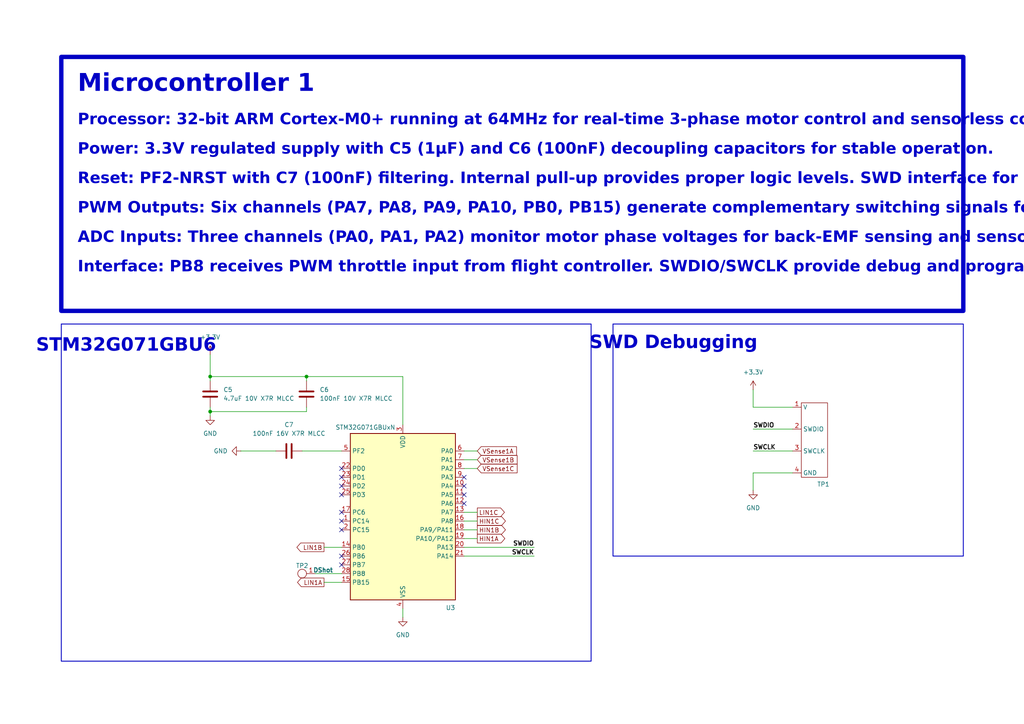
<source format=kicad_sch>
(kicad_sch (version 20250114) (generator "eeschema") (generator_version "9.0")
  (paper "A4")
  (lib_symbols
    (symbol "Device:C" (pin_numbers (hide yes)) (pin_names (offset 0.254))
      (property "Reference" "C" (at 0.635 2.54 0))
      (property "Value" "C" (at 0.635 -2.54 0))
      (symbol "C_0_1"
        (polyline (pts (xy -2.032 0.762) (xy 2.032 0.762)) (stroke (width 0.508)))
        (polyline (pts (xy -2.032 -0.762) (xy 2.032 -0.762)) (stroke (width 0.508)))
      )
      (symbol "C_1_1"
        (pin passive line (at 0 3.81 270) (length 2.794) (name "~") (number "1"))
        (pin passive line (at 0 -3.81 90) (length 2.794) (name "~") (number "2"))
      )
    )
    (symbol "Drone_components:1.27_test_pad"
      (property "Reference" "TP" (at 0 12.446 0))
      (symbol "1.27_test_pad_0_1"
        (rectangle (start -3.81 10.16) (end 3.81 -11.43))
      )
      (symbol "1.27_test_pad_1_1"
        (pin input line (at -6.35 8.89 0) (length 2.54) (name "V") (number "1"))
        (pin input line (at -6.35 2.54 0) (length 2.54) (name "SWDIO") (number "2"))
        (pin input line (at -6.35 -3.81 0) (length 2.54) (name "SWCLK") (number "3"))
        (pin input line (at -6.35 -10.16 0) (length 2.54) (name "GND") (number "4"))
      )
    )
    (symbol "Drone_components:Rectangle_test_point"
      (property "Reference" "TP" (at 0 3.556 0))
      (symbol "Rectangle_test_point_0_1"
        (circle (center 0 0) (radius 1.27))
      )
      (symbol "Rectangle_test_point_1_1"
        (pin input line (at -3.81 0 0) (length 2.54) (name "") (number "1"))
      )
    )
    (symbol "MCU_ST_STM32G0:STM32G071GBUxN"
      (property "Reference" "U" (at -15.24 26.67 0))
      (property "Value" "STM32G071GBUxN" (at 2.54 26.67 0))
      (symbol "STM32G071GBUxN_0_1"
        (rectangle (start -15.24 -22.86) (end 15.24 25.4) (stroke (width 0.254)) (fill (type background)))
      )
      (symbol "STM32G071GBUxN_1_1"
        (pin bidirectional line (at -17.78 20.32 0) (length 2.54) (name "PF2") (number "5"))
        (pin bidirectional line (at -17.78 15.24 0) (length 2.54) (name "PD0") (number "22"))
        (pin bidirectional line (at -17.78 12.7 0) (length 2.54) (name "PD1") (number "23"))
        (pin bidirectional line (at -17.78 10.16 0) (length 2.54) (name "PD2") (number "24"))
        (pin bidirectional line (at -17.78 7.62 0) (length 2.54) (name "PD3") (number "25"))
        (pin bidirectional line (at -17.78 2.54 0) (length 2.54) (name "PC6") (number "17"))
        (pin bidirectional line (at -17.78 0 0) (length 2.54) (name "PC14") (number "1"))
        (pin bidirectional line (at -17.78 -2.54 0) (length 2.54) (name "PC15") (number "2"))
        (pin bidirectional line (at -17.78 -7.62 0) (length 2.54) (name "PB0") (number "14"))
        (pin bidirectional line (at -17.78 -10.16 0) (length 2.54) (name "PB6") (number "26"))
        (pin bidirectional line (at -17.78 -12.7 0) (length 2.54) (name "PB7") (number "27"))
        (pin bidirectional line (at -17.78 -15.24 0) (length 2.54) (name "PB8") (number "28"))
        (pin bidirectional line (at -17.78 -17.78 0) (length 2.54) (name "PB15") (number "15"))
        (pin power_in line (at 0 27.94 270) (length 2.54) (name "VDD") (number "3"))
        (pin power_in line (at 0 -25.4 90) (length 2.54) (name "VSS") (number "4"))
        (pin bidirectional line (at 17.78 20.32 180) (length 2.54) (name "PA0") (number "6"))
        (pin bidirectional line (at 17.78 17.78 180) (length 2.54) (name "PA1") (number "7"))
        (pin bidirectional line (at 17.78 15.24 180) (length 2.54) (name "PA2") (number "8"))
        (pin bidirectional line (at 17.78 12.7 180) (length 2.54) (name "PA3") (number "9"))
        (pin bidirectional line (at 17.78 10.16 180) (length 2.54) (name "PA4") (number "10"))
        (pin bidirectional line (at 17.78 7.62 180) (length 2.54) (name "PA5") (number "11"))
        (pin bidirectional line (at 17.78 5.08 180) (length 2.54) (name "PA6") (number "12"))
        (pin bidirectional line (at 17.78 2.54 180) (length 2.54) (name "PA7") (number "13"))
        (pin bidirectional line (at 17.78 0 180) (length 2.54) (name "PA8") (number "16"))
        (pin bidirectional line (at 17.78 -2.54 180) (length 2.54) (name "PA9/PA11") (number "18"))
        (pin bidirectional line (at 17.78 -5.08 180) (length 2.54) (name "PA10/PA12") (number "19"))
        (pin bidirectional line (at 17.78 -7.62 180) (length 2.54) (name "PA13") (number "20"))
        (pin bidirectional line (at 17.78 -10.16 180) (length 2.54) (name "PA14") (number "21"))
      )
    )
    (symbol "power:+3.3V" (power) (pin_numbers (hide yes)) (pin_names (offset 0) (hide yes))
      (property "Value" "+3.3V" (at 0 3.556 0))
      (symbol "+3.3V_0_1"
        (polyline (pts (xy -0.762 1.27) (xy 0 2.54)))
        (polyline (pts (xy 0 2.54) (xy 0.762 1.27)))
        (polyline (pts (xy 0 0) (xy 0 2.54)))
      )
      (symbol "+3.3V_1_1"
        (pin power_in line (at 0 0 90) (length 0) (name "~") (number "1"))
      )
    )
    (symbol "power:GND" (power) (pin_numbers (hide yes)) (pin_names (offset 0) (hide yes))
      (property "Value" "GND" (at 0 -3.81 0))
      (symbol "GND_0_1"
        (polyline (pts (xy 0 0) (xy 0 -1.27) (xy 1.27 -1.27) (xy 0 -2.54) (xy -1.27 -1.27) (xy 0 -1.27)))
      )
      (symbol "GND_1_1"
        (pin power_in line (at 0 0 270) (length 0) (name "~") (number "1"))
      )
    )
  )
  (rectangle (start 177.8 93.98) (end 279.4 161.29) (stroke (width 0.254)))
  (rectangle (start 17.78 93.98) (end 171.45 191.77) (stroke (width 0.254)))
  (rectangle (start 17.78 16.51) (end 279.4 90.17) (stroke (width 1.27)))
  (text "STM32G071GBU6" (at 36.576 101.346 0) (effects (font (size 3.81 3.81) (bold yes))))
  (text "SWD Debugging" (at 195.326 100.584 0) (effects (font (size 3.81 3.81) (bold yes))))
  (text_box "Microcontroller 1\n_{Processor: 32-bit ARM Cortex-M0+ running at 64MHz for real-time 3-phase motor control and sensorless commutation algorithms.}\n_{Power: 3.3V regulated supply with C5 (1µF) and C6 (100nF) decoupling capacitors for stable operation.}\n_{Reset: PF2-NRST with C7 (100nF) filtering. Internal pull-up provides proper logic levels. SWD interface for programming.}\n_{PWM Outputs: Six channels (PA7, PA8, PA9, PA10, PB0, PB15) generate complementary switching signals for FD6288Q gate driver.}\n_{ADC Inputs: Three channels (PA0, PA1, PA2) monitor motor phase voltages for back-EMF sensing and sensorless rotor position detection.}\n_{Interface: PB8 receives PWM throttle input from flight controller. SWDIO/SWCLK provide debug and programming access.}" (at 21.59 20.32 0) (size 220.98 66.04) (margins 0.9525 0.9525 0.9525 0.9525) (stroke (width -0.0001)) (effects (font (size 5.08 5.08) (bold yes)) (justify left top)))
  (junction (at 60.96 109.22))
  (junction (at 88.9 109.22))
  (junction (at 60.96 119.38))
  (no_connect (at 99.06 148.59))
  (no_connect (at 99.06 161.29))
  (no_connect (at 134.62 143.51))
  (no_connect (at 99.06 140.97))
  (no_connect (at 99.06 143.51))
  (no_connect (at 99.06 138.43))
  (no_connect (at 134.62 138.43))
  (no_connect (at 134.62 140.97))
  (no_connect (at 99.06 151.13))
  (no_connect (at 99.06 153.67))
  (no_connect (at 99.06 163.83))
  (no_connect (at 134.62 146.05))
  (no_connect (at 99.06 135.89))
  (wire (pts (xy 60.96 109.22) (xy 60.96 110.49)))
  (wire (pts (xy 218.44 130.81) (xy 229.87 130.81)))
  (wire (pts (xy 134.62 148.59) (xy 138.43 148.59)))
  (wire (pts (xy 218.44 142.24) (xy 218.44 137.16)))
  (wire (pts (xy 134.62 161.29) (xy 154.94 161.29)))
  (wire (pts (xy 69.85 130.81) (xy 80.01 130.81)))
  (wire (pts (xy 134.62 156.21) (xy 138.43 156.21)))
  (wire (pts (xy 60.96 102.87) (xy 60.96 109.22)))
  (wire (pts (xy 91.44 166.37) (xy 99.06 166.37)))
  (wire (pts (xy 218.44 124.46) (xy 229.87 124.46)))
  (wire (pts (xy 93.98 158.75) (xy 99.06 158.75)))
  (wire (pts (xy 60.96 109.22) (xy 88.9 109.22)))
  (wire (pts (xy 88.9 119.38) (xy 60.96 119.38)))
  (wire (pts (xy 134.62 151.13) (xy 138.43 151.13)))
  (wire (pts (xy 88.9 109.22) (xy 88.9 110.49)))
  (wire (pts (xy 60.96 119.38) (xy 60.96 118.11)))
  (wire (pts (xy 218.44 113.03) (xy 218.44 118.11)))
  (wire (pts (xy 134.62 158.75) (xy 154.94 158.75)))
  (wire (pts (xy 88.9 118.11) (xy 88.9 119.38)))
  (wire (pts (xy 134.62 135.89) (xy 138.43 135.89)))
  (wire (pts (xy 88.9 109.22) (xy 116.84 109.22)))
  (wire (pts (xy 218.44 137.16) (xy 229.87 137.16)))
  (wire (pts (xy 116.84 109.22) (xy 116.84 123.19)))
  (wire (pts (xy 134.62 153.67) (xy 138.43 153.67)))
  (wire (pts (xy 87.63 130.81) (xy 99.06 130.81)))
  (wire (pts (xy 134.62 130.81) (xy 138.43 130.81)))
  (wire (pts (xy 60.96 119.38) (xy 60.96 120.65)))
  (wire (pts (xy 116.84 176.53) (xy 116.84 179.07)))
  (wire (pts (xy 93.98 168.91) (xy 99.06 168.91)))
  (wire (pts (xy 134.62 133.35) (xy 138.43 133.35)))
  (wire (pts (xy 218.44 118.11) (xy 229.87 118.11)))
  (label "SWCLK" (at 218.44 130.81 0) (effects (font (thickness 0.254) (bold yes))))
  (label "SWDIO" (at 154.94 158.75 180) (effects (font (thickness 0.254) (bold yes))))
  (label "SWDIO" (at 218.44 124.46 0) (effects (font (thickness 0.254) (bold yes))))
  (label "SWCLK" (at 154.94 161.29 180) (effects (font (thickness 0.254) (bold yes))))
  (global_label "HIN1A" (shape output) (at 138.43 156.21 0) (property "Intersheetrefs" "${INTERSHEET_REFS}" (effects (hide yes))))
  (global_label "LIN1B" (shape output) (at 93.98 158.75 180) (property "Intersheetrefs" "${INTERSHEET_REFS}" (effects (hide yes))))
  (global_label "LIN1C" (shape output) (at 138.43 148.59 0) (property "Intersheetrefs" "${INTERSHEET_REFS}" (effects (hide yes))))
  (global_label "HIN1B" (shape output) (at 138.43 153.67 0) (property "Intersheetrefs" "${INTERSHEET_REFS}" (effects (hide yes))))
  (global_label "VSense1C" (shape input) (at 138.43 135.89 0) (property "Intersheetrefs" "${INTERSHEET_REFS}" (effects (hide yes))))
  (global_label "VSense1A" (shape input) (at 138.43 130.81 0) (property "Intersheetrefs" "${INTERSHEET_REFS}" (effects (hide yes))))
  (global_label "HIN1C" (shape output) (at 138.43 151.13 0) (property "Intersheetrefs" "${INTERSHEET_REFS}" (effects (hide yes))))
  (global_label "VSense1B" (shape input) (at 138.43 133.35 0) (property "Intersheetrefs" "${INTERSHEET_REFS}" (effects (hide yes))))
  (global_label "LIN1A" (shape output) (at 93.98 168.91 180) (property "Intersheetrefs" "${INTERSHEET_REFS}" (effects (hide yes))))
  (symbol (lib_id "Drone_components:1.27_test_pad") (at 236.22 127 0) (unit 1)
    (property "Reference" "TP1" (at 236.982 140.462 0) (effects (justify left)))
    (property "Footprint" "Drone_components:1.27 test pad" (effects (hide yes)))
  )
  (symbol (lib_id "power:GND") (at 218.44 142.24 0) (unit 1)
    (property "Reference" "#PWR013" (effects (hide yes)))
    (property "Value" "GND" (at 218.44 147.32 0))
    (property "Description" "Power symbol creates a global label with name \"GND\" , ground" (effects (hide yes)))
  )
  (symbol (lib_id "power:+3.3V") (at 60.96 102.87 0) (unit 1)
    (property "Reference" "#PWR08" (effects (hide yes)))
    (property "Value" "+3.3V" (at 60.96 97.79 0))
    (property "Description" "Power symbol creates a global label with name \"+3.3V\"" (effects (hide yes)))
  )
  (symbol (lib_id "MCU_ST_STM32G0:STM32G071GBUxN") (at 116.84 151.13 0) (unit 1)
    (property "Reference" "U3" (at 129.286 176.276 0) (effects (justify left)))
    (property "Value" "STM32G071GBUxN" (at 97.282 123.952 0) (effects (justify left)))
    (property "Footprint" "Package_DFN_QFN:QFN-28_4x4mm_P0.5mm" (effects (hide yes)))
    (property "Datasheet" "https://www.st.com/resource/en/datasheet/stm32g071gb.pdf" (effects (hide yes)))
    (property "Description" "STMicroelectronics Arm Cortex-M0+ MCU, 128KB flash, 36KB RAM, 64 MHz, 1.7-3.6V, 26 GPIO, UFQFPN28" (effects (hide yes)))
  )
  (symbol (lib_id "Device:C") (at 88.9 114.3 0) (unit 1)
    (property "Reference" "C6" (at 92.71 113.0299 0) (effects (justify left)))
    (property "Value" "100nF 10V X7R MLCC" (at 92.71 115.5699 0) (effects (justify left)))
    (property "Footprint" "Capacitor_SMD:C_0402_1005Metric" (effects (hide yes)))
    (property "Description" "Unpolarized capacitor" (effects (hide yes)))
    (property "JLCPCB part" "C307331" (effects (hide yes)))
  )
  (symbol (lib_id "Device:C") (at 83.82 130.81 90) (unit 1)
    (property "Reference" "C7" (at 83.82 123.19 90))
    (property "Value" "100nF 16V X7R MLCC" (at 83.82 125.73 90))
    (property "Footprint" "Capacitor_SMD:C_01005_0402Metric" (effects (hide yes)))
    (property "Description" "Unpolarized capacitor" (effects (hide yes)))
    (property "JLCPCB part" "C307331" (effects (hide yes)))
  )
  (symbol (lib_id "Device:C") (at 60.96 114.3 0) (unit 1)
    (property "Reference" "C5" (at 64.77 113.0299 0) (effects (justify left)))
    (property "Value" "4.7uF 10V X7R MLCC" (at 64.77 115.5699 0) (effects (justify left)))
    (property "Footprint" "Capacitor_SMD:C_0603_1608Metric" (effects (hide yes)))
    (property "Description" "Unpolarized capacitor" (effects (hide yes)))
    (property "JLCPCB part" "C108342" (effects (hide yes)))
  )
  (symbol (lib_id "power:GND") (at 60.96 120.65 0) (unit 1)
    (property "Reference" "#PWR09" (effects (hide yes)))
    (property "Value" "GND" (at 60.96 125.73 0))
    (property "Description" "Power symbol creates a global label with name \"GND\" , ground" (effects (hide yes)))
  )
  (symbol (lib_id "power:GND") (at 69.85 130.81 270) (unit 1)
    (property "Reference" "#PWR011" (effects (hide yes)))
    (property "Value" "GND" (at 66.04 130.8099 90) (effects (justify right)))
    (property "Description" "Power symbol creates a global label with name \"GND\" , ground" (effects (hide yes)))
  )
  (symbol (lib_id "Drone_components:Rectangle_test_point") (at 87.63 166.37 180) (unit 1)
    (property "Reference" "TP2" (at 87.63 164.084 0))
    (property "Value" "DShot" (at 93.726 165.354 0) (effects (font (thickness 0.254) (bold yes))))
    (property "Footprint" "Drone_components:Rectangle test point" (effects (hide yes)))
  )
  (symbol (lib_id "power:GND") (at 116.84 179.07 0) (unit 1)
    (property "Reference" "#PWR010" (effects (hide yes)))
    (property "Value" "GND" (at 116.84 184.15 0))
    (property "Description" "Power symbol creates a global label with name \"GND\" , ground" (effects (hide yes)))
  )
  (symbol (lib_id "power:+3.3V") (at 218.44 113.03 0) (unit 1)
    (property "Reference" "#PWR012" (effects (hide yes)))
    (property "Value" "+3.3V" (at 218.44 107.95 0))
    (property "Description" "Power symbol creates a global label with name \"+3.3V\"" (effects (hide yes)))
  )
)
</source>
